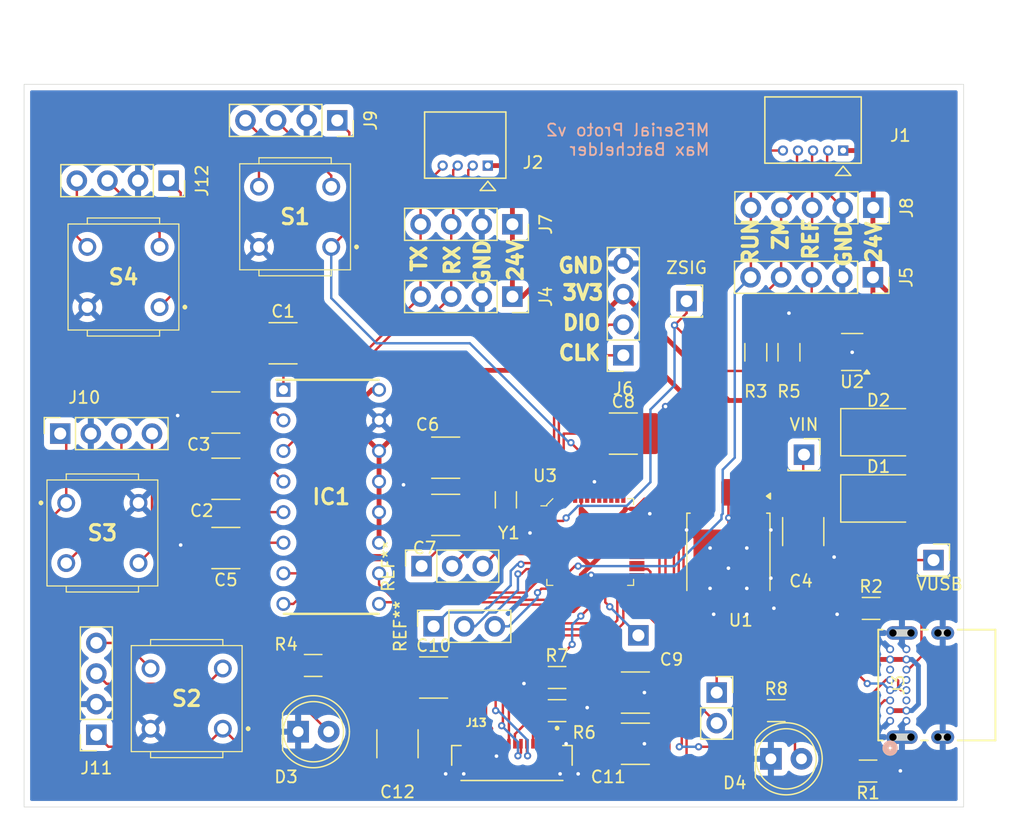
<source format=kicad_pcb>
(kicad_pcb (version 20240108) (generator "pcbnew") (generator_version "8.0")
  (layers (0 "F.Cu" signal) (31 "B.Cu" signal) (34 "B.Paste" user) (35 "F.Paste" user) (36 "B.SilkS" user "B.Silkscreen") (37 "F.SilkS" user "F.Silkscreen") (38 "B.Mask" user) (39 "F.Mask" user) (44 "Edge.Cuts" user))
  (net 0 "")
  (net 1 "GND")
  (net 2 "+24V")
  (net 3 "+3V3")
  (net 4 "TIN1")
  (net 5 "TOUT1")
  (net 6 "ROUT1")
  (net 7 "RIN1")
  (net 8 "ZOOM")
  (net 9 "RUN")
  (net 10 "ZSIG")
  (net 11 "SETLED")
  (net 12 "RST")
  (net 13 "SETBTN")
  (net 14 "SOFTBTN")
  (net 15 "ZEROBTN")
  (net 16 "TXD")
  (net 17 "RXD")
  (net 18 "D-")
  (net 19 "RS_INVALID")
  (net 20 "SWCLK")
  (net 21 "MOSI")
  (net 22 "SDA")
  (net 23 "OLED_CS")
  (net 24 "MISO")
  (net 25 "USBHOSTEN")
  (net 26 "SWDIO")
  (net 27 "SCK")
  (net 28 "D+")
  (net 29 "SCL")
  (net 30 "TXLED")
  (net 31 "OLED_DC")
  (net 32 "RXLED")
  (net 33 "VUSB")
  (net 34 "ZREF")
  (net 35 "Net-(C9-Pad2)")
  (net 36 "Net-(C10-Pad1)")
  (net 37 "Net-(C11-Pad1)")
  (net 38 "Net-(C12-Pad1)")
  (net 39 "Net-(C12-Pad2)")
  (net 40 "/oled/OLED_RST")
  (net 41 "VIN")
  (net 42 "/Net-(IC1-C1-)")
  (net 43 "/Net-(IC1-C1+)")
  (net 44 "/Net-(IC1-C2+)")
  (net 45 "/Net-(IC1-C2-)")
  (net 46 "/Net-(IC1-V+)")
  (net 47 "/Net-(IC1-V-)")
  (net 48 "PA08")
  (net 49 "PA06")
  (net 50 "PA05")
  (net 51 "PA04")
  (net 52 "PB09")
  (net 53 "PB08")
  (net 54 "/Net-(D1-A)")
  (net 55 "/Net-(J8-CC2)")
  (net 56 "/Net-(J8-CC1)")
  (net 57 "RSTB2")
  (net 58 "RSTB1")
  (net 59 "SOFTB1")
  (net 60 "SOFTB2")
  (net 61 "SETB1")
  (net 62 "SETB2")
  (net 63 "ZEROB1")
  (net 64 "ZEROB2")
  (net 65 "/PA08")
  (net 66 "/PA05")
  (net 67 "/PA06")
  (net 68 "/PB08")
  (net 69 "/PB09")
  (net 70 "/PA04")
  (net 71 "Net-(U3-PA00)")
  (net 72 "Net-(U3-PA01)")
  (net 73 "Net-(U3-VDDCORE)")
  (net 74 "Net-(C10-Pad2)")
  (net 77 "Net-(J13-Pad4)")
  (net 85 "Net-(D4-A)")
  (footprint "Connector_PinSocket_2.54mm:PinSocket_1x01_P2.54mm_Vertical" (layer "F.Cu") (at 195.75 96.75)
    (property "Reference" "VIN")
    (property "Value" "PinSocket_1x01_P2.54mm_Vertical" (hide yes))
  )
  (footprint "PVA1EEH21.2NV2:PVA1EEH212NV2" (layer "F.Cu") (at 147.5 119.5)
    (property "Reference" "S2")
    (property "Value" "SET" (hide yes))
  )
  (footprint "Resistor_SMD:R_1206_3216Metric_Pad1.30x1.75mm_HandSolder" (layer "F.Cu") (at 175.25 118 180)
    (property "Reference" "R6")
    (property "Value" "5.1K")
  )
  (footprint "Capacitor_SMD:C_1812_4532Metric_Pad1.57x3.40mm_HandSolder" (layer "F.Cu") (at 166 97)
    (property "Reference" "C6")
    (property "Value" "22pF")
  )
  (footprint "digikey-footprints:TQFP-48_7x7mm" (layer "F.Cu") (at 178 104)
    (property "Reference" "U3")
    (property "Value" "ATSAMD21G18A-AUT")
  )
  (footprint "Capacitor_SMD:C_1812_4532Metric_Pad1.57x3.40mm_HandSolder" (layer "F.Cu") (at 147.75 93.25 180)
    (property "Reference" "C3")
    (property "Value" "100nF")
  )
  (footprint "Capacitor_SMD:C_1812_4532Metric_Pad1.57x3.40mm_HandSolder" (layer "F.Cu") (at 166 101.75)
    (property "Reference" "C7")
    (property "Value" "22pF")
  )
  (footprint "Capacitor_SMD:C_1812_4532Metric_Pad1.57x3.40mm_HandSolder" (layer "F.Cu") (at 162 120.75 -90)
    (property "Reference" "C12")
    (property "Value" "1uF")
  )
  (footprint "Capacitor_SMD:C_1812_4532Metric_Pad1.57x3.40mm_HandSolder" (layer "F.Cu") (at 152.5 87.5)
    (property "Reference" "C1")
    (property "Value" "100nF")
  )
  (footprint "530480410:CON_530480410_MOL" (layer "F.Cu") (at 169.5 72.75 180)
    (property "Reference" "J2")
    (property "Value" "530480410" (hide yes))
  )
  (footprint "Capacitor_SMD:C_1812_4532Metric_Pad1.57x3.40mm_HandSolder" (layer "F.Cu") (at 180.75 95)
    (property "Reference" "C8")
    (property "Value" "1pF")
  )
  (footprint "PVA1EEH21.2NV2:PVA1EEH212NV2" (layer "F.Cu") (at 142.25 84.5)
    (property "Reference" "S4")
    (property "Value" "ZERO" (hide yes))
  )
  (footprint "Connector_PinSocket_2.54mm:PinSocket_1x04_P2.54mm_Vertical" (layer "F.Cu") (at 180.75 88.5 180)
    (property "Reference" "J6")
    (property "Value" "Program")
  )
  (footprint "Capacitor_SMD:C_1812_4532Metric_Pad1.57x3.40mm_HandSolder" (layer "F.Cu") (at 181.75 120.75)
    (property "Reference" "C11")
    (property "Value" "10uF")
  )
  (footprint "FH34SRJ_16S_0_5SH_50:HRS_FH34SRJ-16S-0.5SH_50_" (layer "F.Cu") (at 171.5 122)
    (property "Reference" "J13")
    (property "Value" "FH34SRJ-16S-0.5SH_50_")
  )
  (footprint "Capacitor_SMD:C_1812_4532Metric_Pad1.57x3.40mm_HandSolder" (layer "F.Cu") (at 147.75 98.75 180)
    (property "Reference" "C2")
    (property "Value" "100nF")
  )
  (footprint "Connector_PinSocket_2.54mm:PinSocket_1x04_P2.54mm_Vertical" (layer "F.Cu") (at 143 74 -90)
    (property "Reference" "J12")
    (property "Value" "Serial2" (hide yes))
  )
  (footprint "Connector_PinSocket_2.54mm:PinSocket_1x01_P2.54mm_Vertical" (layer "F.Cu") (at 186 84)
    (property "Reference" "ZSIG")
    (property "Value" "PinSocket_1x01_P2.54mm_Vertical" (hide yes))
  )
  (footprint "Diode_SMD:D_1812_4532Metric_Pad1.30x3.40mm_HandSolder" (layer "F.Cu") (at 201.935 100.385)
    (property "Reference" "D1")
    (property "Value" "D_Schottky" (hide yes))
  )
  (footprint "LED_THT:LED_D5.0mm" (layer "F.Cu") (at 153.75 119.75)
    (property "Reference" "D3")
    (property "Value" "LED" (hide yes))
  )
  (footprint "Resistor_SMD:R_1206_3216Metric_Pad1.30x1.75mm_HandSolder" (layer "F.Cu") (at 193.45 118)
    (property "Reference" "R8")
    (property "Value" "65")
  )
  (footprint "Resistor_SMD:R_1206_3216Metric_Pad1.30x1.75mm_HandSolder" (layer "F.Cu") (at 201.317565 109.514445)
    (property "Reference" "R2")
    (property "Value" "5K1")
  )
  (footprint "Connector_PinSocket_2.54mm:PinSocket_1x03_P2.54mm_Vertical" (layer "F.Cu") (at 165 111 90)
    (property "Reference" "REF**")
    (property "Value" "PinSocket_1x03_P2.54mm_Vertical")
  )
  (footprint "LED_THT:LED_D5.0mm" (layer "F.Cu") (at 193 122)
    (property "Reference" "D4")
    (property "Value" "LED" (hide yes))
  )
  (footprint "Diode_SMD:D_1812_4532Metric_Pad1.30x3.40mm_HandSolder" (layer "F.Cu") (at 201.935 94.885)
    (property "Reference" "D2")
    (property "Value" "D_Schottky" (hide yes))
  )
  (footprint "PVA1EEH21.2NV2:PVA1EEH212NV2" (layer "F.Cu") (at 134.5 100.75 180)
    (property "Reference" "S3")
    (property "Value" "SOFT" (hide yes))
  )
  (footprint "Capacitor_SMD:C_1812_4532Metric_Pad1.57x3.40mm_HandSolder" (layer "F.Cu") (at 181.75 116.5 180)
    (property "Reference" "C9")
    (property "Value" "10uF")
  )
  (footprint "Connector_PinSocket_2.54mm:PinSocket_1x05_P2.54mm_Vertical" (layer "F.Cu") (at 201.5 76.25 -90)
    (property "Reference" "J8")
    (property "Value" "Analog2")
  )
  (footprint "Connector_PinSocket_2.54mm:PinSocket_1x03_P2.54mm_Vertical" (layer "F.Cu") (at 164 106 90)
    (property "Reference" "REF**")
    (property "Value" "PinSocket_1x03_P2.54mm_Vertical")
  )
  (footprint "Connector_PinSocket_2.54mm:PinSocket_1x04_P2.54mm_Vertical" (layer "F.Cu") (at 157 69 -90)
    (property "Reference" "J9")
    (property "Value" "~" (hide yes))
  )
  (footprint "Crystal:Crystal_SMD_3215-2Pin_3.2x1.5mm" (layer "F.Cu") (at 171 100.5 -90)
    (property "Reference" "Y1")
    (property "Value" "32.768, 12.5pF" (hide yes))
  )
  (footprint "Connector_PinSocket_2.54mm:PinSocket_1x02_P2.54mm_Vertical" (layer "F.Cu") (at 188.5 116.5)
    (property "Reference" "REF**" (hide yes))
    (property "Value" "PinSocket_1x02_P2.54mm_Vertical" (hide yes))
  )
  (footprint "Resistor_SMD:R_1206_3216Metric_Pad1.30x1.75mm_HandSolder" (layer "F.Cu") (at 155 114.25 180)
    (property "Reference" "R4")
    (property "Value" "65")
  )
  (footprint "Package_TO_SOT_SMD:TSOT-23-5_HandSoldering" (layer "F.Cu") (at 199.75 88.25 180)
    (property "Reference" "U2")
    (property "Value" "ADR02AUJZ-REEL7")
  )
  (footprint "PVA1EEH21.2NV2:PVA1EEH212NV2" (layer "F.Cu") (at 156.5 79.5)
    (property "Reference" "S1")
    (property "Value" "RESET" (hide yes))
  )
  (footprint "Connector_PinSocket_2.54mm:PinSocket_1x04_P2.54mm_Vertical" (layer "F.Cu") (at 171.54 83.625 -90)
    (property "Reference" "J4")
    (property "Value" "Serial")
  )
  (footprint "Resistor_SMD:R_1206_3216Metric_Pad1.30x1.75mm_HandSolder" (layer "F.Cu") (at 194.5 88.25 90)
    (property "Reference" "R5")
    (property "Value" "3K3")
  )
  (footprint "USB4085_GF_A:CONN16_USB4085-GF-A_GCT" (layer "F.Cu") (at 202.9 118.850001 90)
    (property "Reference" "J3")
    (property "Value" "USB4085-GF-A_REVB" (hide yes))
    (fp_line (start 7.299985 1.7293) (end 7.299985 0.2307) (stroke (width 0.6096)) (layer "Edge.Cuts"))
    (fp_line (start -1.35 1.729301) (end -1.35 0.230701) (stroke (width 0.6096)) (layer "Edge.Cuts"))
    (fp_line (start 7.299985 4.7587) (end 7.299985 3.9713) (stroke (width 0.6096)) (layer "Edge.Cuts"))
    (fp_line (start -1.349985 4.7587) (end -1.349985 3.9713) (stroke (width 0.6096)) (layer "Edge.Cuts"))
  )
  (footprint "Resistor_SMD:R_1206_3216Metric_Pad1.30x1.75mm_HandSolder" (layer "F.Cu") (at 175.25 115.25)
    (property "Reference" "R7")
    (property "Value" "680K")
  )
  (footprint "MAX3323EEPE+:DIP794W56P254L1918H457Q16N" (layer "F.Cu") (at 156.5 100.25)
    (property "Reference" "IC1")
    (property "Value" "MAX3323EEPE+" (hide yes))
  )
  (footprint "Capacitor_SMD:C_1812_4532Metric_Pad1.57x3.40mm_HandSolder" (layer "F.Cu") (at 195.685 103.135 90)
    (property "Reference" "C4")
    (property "Value" "0.33uF")
  )
  (footprint "" (layer "F.Cu") (at 182 111.75)
    (property "Reference" "")
    (property "Value" "")
  )
  (footprint "Connector_PinSocket_2.54mm:PinSocket_1x04_P2.54mm_Vertical" (layer "F.Cu") (at 137 120 180)
    (property "Reference" "J11")
    (property "Value" "Serial2" (hide yes))
  )
  (footprint "Capacitor_SMD:C_1812_4532Metric_Pad1.57x3.40mm_HandSolder" (layer "F.Cu") (at 165 115.25)
    (property "Reference" "C10")
    (property "Value" "1uF")
  )
  (footprint "Package_TO_SOT_SMD:TO-252-3_TabPin2" (layer "F.Cu") (at 189.475 104.915 -90)
    (property "Reference" "U1")
    (property "Value" "BD433M5FP-CE2")
  )
  (footprint "Resistor_SMD:R_1206_3216Metric_Pad1.30x1.75mm_HandSolder" (layer "F.Cu") (at 191.75 88.25 -90)
    (property "Reference" "R3")
    (property "Value" "4K7")
  )
  (footprint "Connector_PinSocket_2.54mm:PinSocket_1x05_P2.54mm_Vertical" (layer "F.Cu") (at 201.47 82.025 -90)
    (property "Reference" "J5")
    (property "Value" "Analog")
  )
  (footprint "Connector_PinSocket_2.54mm:PinSocket_1x04_P2.54mm_Vertical" (layer "F.Cu") (at 171.54 77.625 -90)
    (property "Reference" "J7")
    (property "Value" "Serial2")
  )
  (footprint "Resistor_SMD:R_1206_3216Metric_Pad1.30x1.75mm_HandSolder" (layer "F.Cu") (at 201.067565 123.014445 180)
    (property "Reference" "R1")
    (property "Value" "5K1")
  )
  (footprint "530480510:CON_530480510_MOL" (layer "F.Cu") (at 199 71.5 180)
    (property "Reference" "J1")
    (property "Value" "530480510" (hide yes))
  )
  (footprint "Connector_PinSocket_2.54mm:PinSocket_1x04_P2.54mm_Vertical" (layer "F.Cu") (at 134 95 90)
    (property "Reference" "J10")
    (property "Value" "~" (hide yes))
  )
  (footprint "Connector_PinSocket_2.54mm:PinSocket_1x01_P2.54mm_Vertical" (layer "F.Cu") (at 206.5 105.5)
    (property "Reference" "VUSB")
    (property "Value" "PinSocket_1x01_P2.54mm_Vertical" (hide yes))
  )
  (footprint "Capacitor_SMD:C_1812_4532Metric_Pad1.57x3.40mm_HandSolder" (layer "F.Cu") (at 147.75 104.5 180)
    (property "Reference" "C5")
    (property "Value" "100nF")
  )
  (gr_rect (start 131 66) (end 209 126) (stroke (width 0.05)) (fill none) (layer "Edge.Cuts"))
  (gr_text "MFSerial Proto v2\nMax Batchelder" (at 188 72 0) (layer "B.SilkS") (effects (font (size 1 1)) (justify left bottom mirror)))
  (gr_text "REF" (at 197 77 90) (layer "F.SilkS") (effects (font (size 1.2 1.2) (thickness 0.3) (bold yes)) (justify right bottom)))
  (gr_text "CLK" (at 179 89 0) (layer "F.SilkS") (effects (font (size 1.2 1.2) (thickness 0.3) (bold yes)) (justify right bottom)))
  (gr_text "24V" (at 202.25 77.25 90) (layer "F.SilkS") (effects (font (size 1.2 1.2) (thickness 0.3) (bold yes)) (justify right bottom)))
  (gr_text "3V3" (at 179.25 84 0) (layer "F.SilkS") (effects (font (size 1.2 1.2) (thickness 0.3) (bold yes)) (justify right bottom)))
  (gr_text "24V" (at 172.5 78.75 90) (layer "F.SilkS") (effects (font (size 1.2 1.2) (thickness 0.3) (bold yes)) (justify right bottom)))
  (gr_text "ZM" (at 194.5 77 90) (layer "F.SilkS") (effects (font (size 1.2 1.2) (thickness 0.3) (bold yes)) (justify right bottom)))
  (gr_text "RX" (at 167.25 79.25 90) (layer "F.SilkS") (effects (font (size 1.2 1.2) (thickness 0.3) (bold yes)) (justify right bottom)))
  (gr_text "DIO" (at 179 86.5 0) (layer "F.SilkS") (effects (font (size 1.2 1.2) (thickness 0.3) (bold yes)) (justify right bottom)))
  (gr_text "GND" (at 169.75 78.75 90) (layer "F.SilkS") (effects (font (size 1.2 1.2) (thickness 0.3) (bold yes)) (justify right bottom)))
  (gr_text "GND" (at 199.75 77.25 90) (layer "F.SilkS") (effects (font (size 1.2 1.2) (thickness 0.3) (bold yes)) (justify right bottom)))
  (gr_text "GND" (at 179.25 81.75 0) (layer "F.SilkS") (effects (font (size 1.2 1.2) (thickness 0.3) (bold yes)) (justify right bottom)))
  (gr_text "TX" (at 164.5 79.25 90) (layer "F.SilkS") (effects (font (size 1.2 1.2) (thickness 0.3) (bold yes)) (justify right bottom)))
  (gr_text "RUN" (at 192 77 90) (layer "F.SilkS") (effects (font (size 1.2 1.2) (thickness 0.3) (bold yes)) (justify right bottom)))
  (segment (start 189.475 108.775) (end 188.25 110) (width 0.2) (layer "F.Cu") (net 1))
  (segment (start 197.67 71.58) (end 197.67 74.96) (width 0.2) (layer "F.Cu") (net 1))
  (segment (start 167.875004 74.250004) (end 169 75.375) (width 0.2) (layer "F.Cu") (net 1))
  (segment (start 182.946192 101.65064) (end 182.846832 101.75) (width 0.2) (layer "F.Cu") (net 1))
  (segment (start 177.5 118) (end 177.75 117.75) (width 0.2) (layer "F.Cu") (net 1))
  (segment (start 198.96 81.995) (end 198.93 82.025) (width 0.2) (layer "F.Cu") (net 1))
  (segment (start 145.6125 104.5) (end 144.25 104.5) (width 0.2) (layer "F.Cu") (net 1))
  (segment (start 197.75 71.5) (end 197.67 71.58) (width 0.2) (layer "F.Cu") (net 1))
  (segment (start 187.95 107.7) (end 187.95 107.85) (width 0.2) (layer "F.Cu") (net 1))
  (segment (start 189.475 106.175) (end 189.475 102.025) (width 0.2) (layer "F.Cu") (net 1))
  (segment (start 192.65 103) (end 193 103) (width 0.2) (layer "F.Cu") (net 1))
  (segment (start 183.8875 120.75) (end 182.5 120.75) (width 0.2) (layer "F.Cu") (net 1))
  (segment (start 194.5 86.7) (end 194.5 85) (width 0.2) (layer "F.Cu") (net 1))
  (segment (start 166.75 123.25) (end 166 123.25) (width 0.2) (layer "F.Cu") (net 1))
  (segment (start 184.25 93.6375) (end 184.25 92.75) (width 0.2) (layer "F.Cu") (net 1))
  (segment (start 191 107.85) (end 191.6 107.85) (width 0.2) (layer "F.Cu") (net 1))
  (segment (start 189.475 106.175) (end 191 107.7) (width 0.2) (layer "F.Cu") (net 1))
  (segment (start 189.475 102.025) (end 189.5 102) (width 0.2) (layer "F.Cu") (net 1))
  (segment (start 178.25 100.125) (end 178.25 99.1) (width 0.2) (layer "F.Cu") (net 1))
  (segment (start 182.846832 101.75) (end 181.875 101.75) (width 0.2) (layer "F.Cu") (net 1))
  (segment (start 166.75 123.25) (end 167.5 123.25) (width 0.2) (layer "F.Cu") (net 1))
  (segment (start 178.25 99.1) (end 178.35 99) (width 0.2) (layer "F.Cu") (net 1))
  (segment (start 170.25 121.743529) (end 170.217757 121.775772) (width 0.2) (layer "F.Cu") (net 1))
  (segment (start 190.3 107) (end 193 107) (width 0.2) (layer "F.Cu") (net 1))
  (segment (start 203.735555 123.014445) (end 203.75 123) (width 0.2) (layer "F.Cu") (net 1))
  (segment (start 163.8625 99.5) (end 162.75 99.5) (width 0.2) (layer "F.Cu") (net 1))
  (segment (start 168.25 72.75) (end 167.875004 73.124996) (width 0.2) (layer "F.Cu") (net 1))
  (segment (start 182.8875 95) (end 184.25 93.6375) (width 0.2) (layer "F.Cu") (net 1))
  (segment (start 177.97426 106.75074) (end 177.75 106.975) (width 0.2) (layer "F.Cu") (net 1))
  (segment (start 189.475 106.175) (end 190.3 107) (width 0.2) (layer "F.Cu") (net 1))
  (segment (start 189.475 106.025) (end 187.95 104.5) (width 0.2) (layer "F.Cu") (net 1))
  (segment (start 189.475 106.025) (end 191 104.5) (width 0.2) (layer "F.Cu") (net 1))
  (segment (start 173 115.25) (end 172.5 115.75) (width 0.2) (layer "F.Cu") (net 1))
  (segment (start 197.67 74.96) (end 198.96 76.25) (width 0.2) (layer "F.Cu") (net 1))
  (segment (start 201.46 88.25) (end 199.75 88.25) (width 0.2) (layer "F.Cu") (net 1))
  (segment (start 144.25 104.5) (end 144 104.25) (width 0.2) (layer "F.Cu") (net 1))
  (segment (start 198.985555 109.514445) (end 198.5 110) (width 0.2) (layer "F.Cu") (net 1))
  (segment (start 163.8625 101.75) (end 163.8625 99.5) (width 0.2) (layer "F.Cu") (net 1))
  (segment (start 202.617565 123.014445) (end 203.735555 123.014445) (width 0.2) (layer "F.Cu") (net 1))
  (segment (start 167.875004 73.124996) (end 167.875004 74.250004) (width 0.2) (layer "F.Cu") (net 1))
  (segment (start 191 107.7) (end 191 110) (width 0.2) (layer "F.Cu") (net 1))
  (segment (start 176.25 123.25) (end 177 123.25) (width 0.2) (layer "F.Cu") (net 1))
  (segment (start 178.079241 106.75074) (end 177.97426 106.75074) (width 0.2) (layer "F.Cu") (net 1))
  (segment (start 177.75 106.975) (end 177.75 107.875) (width 0.2) (layer "F.Cu") (net 1))
  (segment (start 191 107.7) (end 191 107.85) (width 0.2) (layer "F.Cu") (net 1))
  (segment (start 189.475 106.175) (end 189.475 106.025) (width 0.2) (layer "F.Cu") (net 1))
  (segment (start 175.25 120.75) (end 176 120.75) (width 0.2) (layer "F.Cu") (net 1))
  (segment (start 189.475 106.175) (end 187.95 107.7) (width 0.2) (layer "F.Cu") (net 1))
  (segment (start 173.7 115.25) (end 173 115.25) (width 0.2) (layer "F.Cu") (net 1))
  (segment (start 199.767565 109.514445) (end 198.985555 109.514445) (width 0.2) (layer "F.Cu") (net 1))
  (segment (start 187.95 104.5) (end 187.5 104.5) (width 0.2) (layer "F.Cu") (net 1))
  (segment (start 189.475 106.175) (end 192.65 103) (width 0.2) (layer "F.Cu") (net 1))
  (segment (start 183.8875 116.5) (end 182.5 116.5) (width 0.2) (layer "F.Cu") (net 1))
  (segment (start 174.125 103.25) (end 173 103.25) (width 0.2) (layer "F.Cu") (net 1))
  (segment (start 162.75 99.5) (end 162.5 99.25) (width 0.2) (layer "F.Cu") (net 1))
  (segment (start 191.6 107.85) (end 193.25 109.5) (width 0.2) (layer "F.Cu") (net 1))
  (segment (start 198.96 76.25) (end 198.96 81.995) (width 0.2) (layer "F.Cu") (net 1))
  (segment (start 195.685 105.2725) (end 198.2275 105.2725) (width 0.2) (layer "F.Cu") (net 1))
  (segment (start 176.25 123.25) (end 175.5 123.25) (width 0.2) (layer "F.Cu") (net 1))
  (segment (start 163.8625 99.5) (end 163.8625 97) (width 0.2) (layer "F.Cu") (net 1))
  (segment (start 189.475 106.175) (end 189.475 108.775) (width 0.2) (layer "F.Cu") (net 1))
  (segment (start 144 93.25) (end 143.75 93.5) (width 0.2) (layer "F.Cu") (net 1))
  (segment (start 198.2275 105.2725) (end 198.25 105.25) (width 0.2) (layer "F.Cu") (net 1))
  (segment (start 189.475 99.875) (end 189.475 101.975) (width 0.2) (layer "F.Cu") (net 1))
  (segment (start 169 75.375) (end 169 77.625) (width 0.2) (layer "F.Cu") (net 1))
  (segment (start 169 77.625) (end 169 83.625) (width 0.2) (layer "F.Cu") (net 1))
  (segment (start 189.475 101.975) (end 189.5 102) (width 0.2) (layer "F.Cu") (net 1))
  (segment (start 145.6125 93.25) (end 144 93.25) (width 0.2) (layer "F.Cu") (net 1))
  (segment (start 170.25 120.75) (end 170.25 121.743529) (width 0.2) (layer "F.Cu") (net 1))
  (segment (start 176.8 118) (end 177.5 118) (width 0.2) (layer "F.Cu") (net 1))
  (segment (start 187.5 104.5) (end 186 103) (width 0.2) (layer "F.Cu") (net 1))
  (via (at 144 104.25) (size 0.6) (drill 0.3) (layers "F.Cu" "B.Cu") (net 1))
  (via (at 191 107.85) (size 0.6) (drill 0.3) (layers "F.Cu" "B.Cu") (net 1))
  (via (at 187.95 104.5) (size 0.6) (drill 0.3) (layers "F.Cu" "B.Cu") (net 1))
  (via (at 198.25 105.25) (size 0.6) (drill 0.3) (layers "F.Cu" "B.Cu") (net 1))
  (via (at 178.079241 106.75074) (size 0.6) (drill 0.3) (layers "F.Cu" "B.Cu") (net 1))
  (via (at 191 104.5) (size 0.6) (drill 0.3) (layers "F.Cu" "B.Cu") (net 1))
  (via (at 166 123.25) (size 0.6) (drill 0.3) (layers "F.Cu" "B.Cu") (net 1))
  (via (at 162.5 99.25) (size 0.6) (drill 0.3) (layers "F.Cu" "B.Cu") (net 1))
  (via (at 170.217757 121.775772) (size 0.6) (drill 0.3) (layers "F.Cu" "B.Cu") (net 1))
  (via (at 176 120.75) (size 0.6) (drill 0.3) (layers "F.Cu" "B.Cu") (net 1))
  (via (at 177 123.25) (size 0.6) (drill 0.3) (layers "F.Cu" "B.Cu") (net 1))
  (via (at 188.25 110) (size 0.6) (drill 0.3) (layers "F.Cu" "B.Cu") (net 1))
  (via (at 182.5 116.5) (size 0.6) (drill 0.3) (layers "F.Cu" "B.Cu") (net 1))
  (via (at 182.5 120.75) (size 0.6) (drill 0.3) (layers "F.Cu" "B.Cu") (net 1))
  (via (at 175.5 123.25) (size 0.6) (drill 0.3) (layers "F.Cu" "B.Cu") (net 1))
  (via (at 173 103.25) (size 0.6) (drill 0.3) (layers "F.Cu" "B.Cu") (net 1))
  (via (at 186 103) (size 0.6) (drill 0.3) (layers "F.Cu" "B.Cu") (net 1))
  (via (at 178.35 99) (size 0.6) (drill 0.3) (layers "F.Cu" "B.Cu") (net 1))
  (via (at 189.5 102) (size 0.6) (drill 0.3) (layers "F.Cu" "B.Cu") (net 1))
  (via (at 184.25 92.75) (size 0.6) (drill 0.3) (layers "F.Cu" "B.Cu") (net 1))
  (via (at 189.475 106.175) (size 0.6) (drill 0.3) (layers "F.Cu" "B.Cu") (net 1))
  (via (at 203.75 123) (size 0.6) (drill 0.3) (layers "F.Cu" "B.Cu") (net 1))
  (via (at 182.946192 101.65064) (size 0.6) (drill 0.3) (layers "F.Cu" "B.Cu") (net 1))
  (via (at 199.75 88.25) (size 0.6) (drill 0.3) (layers "F.Cu" "B.Cu") (net 1))
  (via (at 172.5 115.75) (size 0.6) (drill 0.3) (layers "F.Cu" "B.Cu") (net 1))
  (via (at 194.5 85) (size 0.6) (drill 0.3) (layers "F.Cu" "B.Cu") (net 1))
  (via (at 187.95 107.85) (size 0.6) (drill 0.3) (layers "F.Cu" "B.Cu") (net 1))
  (via (at 191 110) (size 0.6) (drill 0.3) (layers "F.Cu" "B.Cu") (net 1))
  (via (at 193 107) (size 0.6) (drill 0.3) (layers "F.Cu" "B.Cu") (net 1))
  (via (at 193 103) (size 0.6) (drill 0.3) (layers "F.Cu" "B.Cu") (net 1))
  (via (at 193.25 109.5) (size 0.6) (drill 0.3) (layers "F.Cu" "B.Cu") (net 1))
  (via (at 177.75 117.75) (size 0.6) (drill 0.3) (layers "F.Cu" "B.Cu") (net 1))
  (via (at 198.5 110) (size 0.6) (drill 0.3) (layers "F.Cu" "B.Cu") (net 1))
  (via (at 167.5 123.25) (size 0.6) (drill 0.3) (layers "F.Cu" "B.Cu") (net 1))
  (via (at 143.75 93.5) (size 0.6) (drill 0.3) (layers "F.Cu" "B.Cu") (net 1))
  (segment (start 184 79) (end 184 86.75) (width 0.4) (layer "F.Cu") (net 2))
  (segment (start 183.25 78.25) (end 184 79) (width 0.4) (layer "F.Cu") (net 2))
  (segment (start 203.91 91.5) (end 203.91 84.465) (width 0.4) (layer "F.Cu") (net 2))
  (segment (start 201.47 76.28) (end 201.5 76.25) (width 0.4) (layer "F.Cu") (net 2))
  (segment (start 201.46 87.3) (end 201.47 87.29) (width 0.4) (layer "F.Cu") (net 2))
  (segment (start 177.75 78.25) (end 183.25 78.25) (width 0.4) (layer "F.Cu") (net 2))
  (segment (start 201.47 87.29) (end 201.47 82.025) (width 0.4) (layer "F.Cu") (net 2))
  (segment (start 171.54 73.339995) (end 171.54 77.625) (width 0.4) (layer "F.Cu") (net 2))
  (segment (start 203.41 92.25) (end 203.91 91.75) (width 0.4) (layer "F.Cu") (net 2))
  (segment (start 204.16 91.75) (end 204.16 94.885) (width 0.4) (layer "F.Cu") (net 2))
  (segment (start 201.47 82.025) (end 201.47 76.28) (width 0.4) (layer "F.Cu") (net 2))
  (segment (start 201.5 76.25) (end 201.5 72.08) (width 0.4) (layer "F.Cu") (net 2))
  (segment (start 200.92 71.5) (end 199 71.5) (width 0.4) (layer "F.Cu") (net 2))
  (segment (start 184 86.75) (end 189.5 92.25) (width 0.4) (layer "F.Cu") (net 2))
  (segment (start 170.950005 72.75) (end 171.54 73.339995) (width 0.4) (layer "F.Cu") (net 2))
  (segment (start 169.5 72.75) (end 170.950005 72.75) (width 0.4) (layer "F.Cu") (net 2))
  (segment (start 172.375 83.625) (end 177.75 78.25) (width 0.4) (layer "F.Cu") (net 2))
  (segment (start 171.54 77.625) (end 171.54 83.625) (width 0.4) (layer "F.Cu") (net 2))
  (segment (start 203.91 91.75) (end 203.91 91.5) (width 0.4) (layer "F.Cu") (net 2))
  (segment (start 203.91 91.5) (end 204.16 91.75) (width 0.4) (layer "F.Cu") (net 2))
  (segment (start 171.54 83.625) (end 172.375 83.625) (width 0.4) (layer "F.Cu") (net 2))
  (segment (start 201.5 72.08) (end 200.92 71.5) (width 0.4) (layer "F.Cu") (net 2))
  (segment (start 203.91 84.465) (end 201.47 82.025) (width 0.4) (layer "F.Cu") (net 2))
  (segment (start 189.5 92.25) (end 203.41 92.25) (width 0.4) (layer "F.Cu") (net 2))
  (segment (start 170.75 121.459486) (end 170.75 120.75) (width 0.2) (layer "F.Cu") (net 3))
  (segment (start 180.909314 101.25) (end 181.875 101.25) (width 0.2) (layer "F.Cu") (net 3))
  (segment (start 177.25 107.875) (end 177.25 106.731452) (width 0.2) (layer "F.Cu") (net 3))
  (segment (start 175.85 110.15) (end 176.3 109.7) (width 0.4) (layer "F.Cu") (net 3))
  (segment (start 183 85.67) (end 183 89) (width 0.4) (layer "F.Cu") (net 3))
  (segment (start 176.25 103.75) (end 177.25 102.75) (width 0.4) (layer "F.Cu") (net 3))
  (segment (start 177.831454 106.149998) (end 177.850002 106.149998) (width 0.4) (layer "F.Cu") (net 3))
  (segment (start 178 102) (end 180.25 102) (width 0.4) (layer "F.Cu") (net 3))
  (segment (start 160.47 96.44) (end 167.16 89.75) (width 0.4) (layer "F.Cu") (net 3))
  (segment (start 174.42 89.75) (end 180.75 83.42) (width 0.4) (layer "F.Cu") (net 3))
  (segment (start 177.25 108.906372) (end 177.25 107.875) (width 0.2) (layer "F.Cu") (net 3))
  (segment (start 178 106) (end 175.75 103.75) (width 0.4) (layer "F.Cu") (net 3))
  (segment (start 186.57 100.5) (end 182.55 100.5) (width 0.4) (layer "F.Cu") (net 3))
  (segment (start 169.75 120.75) (end 169.75 121.395) (width 0.2) (layer "F.Cu") (net 3))
  (segment (start 175.25 103.75) (end 176.25 103.75) (width 0.4) (layer "F.Cu") (net 3))
  (segment (start 169.5 121.645) (end 169.5 122.25) (width 0.2) (layer "F.Cu") (net 3))
  (segment (start 177.25 101.25) (end 178 102) (width 0.4) (layer "F.Cu") (net 3))
  (segment (start 177.850002 106.149998) (end 178 106) (width 0.4) (layer "F.Cu") (net 3))
  (segment (start 176.3 109.7) (end 176.597792 109.7) (width 0.4) (layer "F.Cu") (net 3))
  (segment (start 169.75 122.5) (end 170.5 122.5) (width 0.2) (layer "F.Cu") (net 3))
  (segment (start 178 106) (end 180 104) (width 0.4) (layer "F.Cu") (net 3))
  (segment (start 183 89) (end 187.195 93.195) (width 0.4) (layer "F.Cu") (net 3))
  (segment (start 174.125 103.75) (end 175.25 103.75) (width 0.2) (layer "F.Cu") (net 3))
  (segment (start 180.909314 101.25) (end 180.909314 101.340686) (width 0.4) (layer "F.Cu") (net 3))
  (segment (start 180.75 83.42) (end 183 85.67) (width 0.4) (layer "F.Cu") (net 3))
  (segment (start 167.16 89.75) (end 174.42 89.75) (width 0.4) (layer "F.Cu") (net 3))
  (segment (start 160.47 98.98) (end 160.47 101.52) (width 0.4) (layer "F.Cu") (net 3))
  (segment (start 169.75 121.395) (end 169.5 121.645) (width 0.2) (layer "F.Cu") (net 3))
  (segment (start 170.817757 122.182243) (end 170.817757 121.527243) (width 0.2) (layer "F.Cu") (net 3))
  (segment (start 182.55 100.5) (end 181.875 101.175) (width 0.4) (layer "F.Cu") (net 3))
  (segment (start 187.195 99.875) (end 186.57 100.5) (width 0.4) (layer "F.Cu") (net 3))
  (segment (start 169.75 119.5) (end 169.25 119) (width 0.4) (layer "F.Cu") (net 3))
  (segment (start 170.5 122.5) (end 170.817757 122.182243) (width 0.2) (layer "F.Cu") (net 3))
  (segment (start 176.597792 109.7) (end 177.25 109.047792) (width 0.4) (layer "F.Cu") (net 3))
  (segment (start 160.47 101.52) (end 160.47 104.06) (width 0.4) (layer "F.Cu") (net 3))
  (segment (start 160.47 91.36) (end 159.89 91.36) (width 0.4) (layer "F.Cu") (net 3))
  (segment (start 159.89 91.36) (end 159 92.25) (width 0.4) (layer "F.Cu") (net 3))
  (segment (start 177.25 109.047792) (end 177.25 108.906372) (width 0.4) (layer "F.Cu") (net 3))
  (segment (start 170.817757 121.527243) (end 170.75 121.459486) (width 0.2) (layer "F.Cu") (net 3))
  (segment (start 169.5 122.25) (end 169.75 122.5) (width 0.2) (layer "F.Cu") (net 3))
  (segment (start 159 94.97) (end 160.47 96.44) (width 0.4) (layer "F.Cu") (net 3))
  (segment (start 180.909314 101.340686) (end 180.25 102) (width 0.4) (layer "F.Cu") (net 3))
  (segment (start 169.75 120.75) (end 169.75 119.5) (width 0.2) (layer "F.Cu") (net 3))
  (segment (start 180 104) (end 180 102.25) (width 0.4) (layer "F.Cu") (net 3))
  (segment (start 187.195 93.195) (end 187.195 99.875) (width 0.4) (layer "F.Cu") (net 3))
  (segment (start 159 92.25) (end 159 94.97) (width 0.4) (layer "F.Cu") (net 3))
  (segment (start 175.75 103.75) (end 175.25 103.75) (width 0.4) (layer "F.Cu") (net 3))
  (segment (start 169.25 119) (end 169.25 115) (width 0.4) (layer "F.Cu") (net 3))
  (segment (start 177.25 101.25) (end 177.25 100.125) (width 0.2) (layer "F.Cu") (net 3))
  (segment (start 169.25 115) (end 174.1 110.15) (width 0.4) (layer "F.Cu") (net 3))
  (segment (start 160.47 96.44) (end 160.47 98.98) (width 0.4) (layer "F.Cu") (net 3))
  (segment (start 180 102.25) (end 180.25 102) (width 0.4) (layer "F.Cu") (net 3))
  (segment (start 177.25 106.731452) (end 177.831454 106.149998) (width 0.4) (layer "F.Cu") (net 3))
  (segment (start 174.1 110.15) (end 175.85 110.15) (width 0.4) (layer "F.Cu") (net 3))
  (segment (start 177.25 102.75) (end 177.25 101.25) (width 0.4) (layer "F.Cu") (net 3))
  (segment (start 160.47 106.6) (end 160.47 107.535) (width 0.2) (layer "F.Cu") (net 4))
  (segment (start 172.365686 108.8) (end 176.225 108.8) (width 0.2) (layer "F.Cu") (net 4))
  (segment (start 161.535 108.6) (end 172.165685 108.6) (width 0.2) (layer "F.Cu") (net 4))
  (segment (start 176.225 108.8) (end 176.25 108.775) (width 0.2) (layer "F.Cu") (net 4))
  (segment (start 172.165685 108.6) (end 172.365686 108.8) (width 0.2) (layer "F.Cu") (net 4))
  (segment (start 160.47 107.535) (end 161.535 108.6) (width 0.2) (layer "F.Cu") (net 4))
  (segment (start 176.25 108.775) (end 176.25 107.875) (width 0.2) (layer "F.Cu") (net 4))
  (segment (start 156.5 91.045) (end 156.5 105) (width 0.2) (layer "F.Cu") (net 5))
  (segment (start 154.9 106.6) (end 152.53 106.6) (width 0.2) (layer "F.Cu") (net 5))
  (segment (start 163.92 83.625) (end 156.5 91.045) (width 0.2) (layer "F.Cu") (net 5))
  (segment (start 163.92 74.705) (end 163.92 77.625) (width 0.2) (layer "F.Cu") (net 5))
  (segment (start 165.75 72.75) (end 165.75 72.875) (width 0.2) (layer "F.Cu") (net 5))
  (segment (start 165.75 72.875) (end 163.92 74.705) (width 0.2) (layer "F.Cu") (net 5))
  (segment (start 156.5 105) (end 154.9 106.6) (width 0.2) (layer "F.Cu") (net 5))
  (segment (start 163.92 77.625) (end 163.92 83.625) (width 0.2) (layer "F.Cu") (net 5))
  (segment (start 160.61 109) (end 172 109) (width 0.2) (layer "F.Cu") (net 6))
  (segment (start 176.390686 109.2) (end 176.75 108.840686) (width 0.2) (layer "F.Cu") (net 6))
  (segment (start 176.75 108.840686) (end 176.75 107.875) (width 0.2) (layer "F.Cu") (net 6))
  (segment (start 172.2 109.2) (end 176.390686 109.2) (width 0.2) (layer "F.Cu") (net 6))
  (segment (start 160.47 109.14) (end 160.61 109) (width 0.2) (layer "F.Cu") (net 6))
  (segment (start 172 109) (end 172.2 109.2) (width 0.2) (layer "F.Cu") (net 6))
  (segment (start 166.46 83.625) (end 164.085 86) (width 0.2) (layer "F.Cu") (net 7))
  (segment (start 156.9 91.35) (end 156.9 105.590243) (width 0.2) (layer "F.Cu") (net 7))
  (segment (start 166.46 77.625) (end 166.46 83.625) (width 0.2) (layer "F.Cu") (net 7))
  (segment (start 166.625004 73.124996) (end 166.625004 77.459996) (width 0.2) (layer "F.Cu") (net 7))
  (segment (start 167 72.75) (end 166.625004 73.124996) (width 0.2) (layer "F.Cu") (net 7))
  (segment (start 156.9 105.590243) (end 153.350243 109.14) (width 0.2) (layer "F.Cu") (net 7))
  (segment (start 162.25 86) (end 156.9 91.35) (width 0.2) (layer "F.Cu") (net 7))
  (segment (start 166.625004 77.459996) (end 166.46 77.625) (width 0.2) (layer "F.Cu") (net 7))
  (segment (start 164.085 86) (end 162.25 86) (width 0.2) (layer "F.Cu") (net 7))
  (segment (start 153.350243 109.14) (end 152.53 109.14) (width 0.2) (layer "F.Cu") (net 7))
  (segment (start 195.17 71.58) (end 195.25 71.5) (width 0.2) (layer "F.Cu") (net 8))
  (segment (start 193.88 76.25) (end 193.88 76.04) (width 0.2) (layer "F.Cu") (net 8))
  (segment (start 193.85 82.025) (end 191.75 84.125) (width 0.2) (layer "F.Cu") (net 8))
  (segment (start 193.85 76.28) (end 193.88 76.25) (width 0.2) (layer "F.Cu") (net 8))
  (segment (start 195.17 74.75) (end 195.17 71.58) (width 0.2) (layer "F.Cu") (net 8))
  (segment (start 193.88 76.04) (end 195.17 74.75) (width 0.2) (layer "F.Cu") (net 8))
  (segment (start 191.75 84.125) (end 191.75 86.7) (width 0.2) (layer "F.Cu") (net 8))
  (segment (start 193.85 82.025) (end 193.85 76.28) (width 0.2) (layer "F.Cu") (net 8))
  (segment (start 191.34 76.25) (end 191.34 72.08) (width 0.2) (layer "F.Cu") (net 9))
  (segment (start 191.34 76.25) (end 191.34 81.995) (width 0.2) (layer "F.Cu") (net 9))
  (segment (start 191.92 71.5) (end 194 71.5) (width 0.2) (layer "F.Cu") (net 9))
  (segment (start 177 106) (end 176.725 106) (width 0.2) (layer "F.Cu") (net 9))
  (segment (start 175.75 106.975) (end 175.75 107.875) (width 0.2) (layer "F.Cu") (net 9))
  (segment (start 191.34 81.995) (end 191.31 82.025) (width 0.2) (layer "F.Cu") (net 9))
  (segment (start 176.725 106) (end 175.75 106.975) (width 0.2) (layer "F.Cu") (net 9))
  (segment (start 191.34 72.08) (end 191.92 71.5) (width 0.2) (layer "F.Cu") (net 9))
  (via (at 177 106) (size 0.6) (drill 0.3) (layers "F.Cu" "B.Cu") (net 9))
  (segment (start 190 97) (end 189 98) (width 0.2) (layer "B.Cu") (net 9))
  (segment (start 188.9 101.751471) (end 188.9 102.1) (width 0.2) (layer "B.Cu") (net 9))
  (segment (start 190 83.335) (end 190 97) (width 0.2) (layer "B.Cu") (net 9))
  (segment (start 185 106) (end 177 106) (width 0.2) (layer "B.Cu") (net 9))
  (segment (start 191.31 82.025) (end 190 83.335) (width 0.2) (layer "B.Cu") (net 9))
  (segment (start 189 98) (end 189 101.651471) (width 0.2) (layer "B.Cu") (net 9))
  (segment (start 188.9 102.1) (end 185 106) (width 0.2) (layer "B.Cu") (net 9))
  (segment (start 189 101.651471) (end 188.9 101.751471) (width 0.2) (layer "B.Cu") (net 9))
  (segment (start 186 85) (end 186 84) (width 0.2) (layer "F.Cu") (net 10))
  (segment (start 188.8 89.8) (end 191.75 89.8) (width 0.2) (layer "F.Cu") (net 10))
  (segment (start 185 86) (end 186 85) (width 0.2) (layer "F.Cu") (net 10))
  (segment (start 185 86) (end 188.8 89.8) (width 0.2) (layer "F.Cu") (net 10))
  (segment (start 175.75 102.25) (end 174.125 102.25) (width 0.2) (layer "F.Cu") (net 10))
  (segment (start 191.75 89.8) (end 194.5 89.8) (width 0.2) (layer "F.Cu") (net 10))
  (segment (start 176 102) (end 175.75 102.25) (width 0.2) (layer "F.Cu") (net 10))
  (via (at 185 86) (size 0.6) (drill 0.3) (layers "F.Cu" "B.Cu") (net 10))
  (via (at 176 102) (size 0.6) (drill 0.3) (layers "F.Cu" "B.Cu") (net 10))
  (segment (start 185 86) (end 185 91) (width 0.2) (layer "B.Cu") (net 10))
  (segment (start 185 91) (end 183 93) (width 0.2) (layer "B.Cu") (net 10))
  (segment (start 181.03125 101) (end 177 101) (width 0.2) (layer "B.Cu") (net 10))
  (segment (start 183 99.03125) (end 181.03125 101) (width 0.2) (layer "B.Cu") (net 10))
  (segment (start 177 101) (end 176 102) (width 0.2) (layer "B.Cu") (net 10))
  (segment (start 183 93) (end 183 99.03125) (width 0.2) (layer "B.Cu") (net 10))
  (segment (start 164.817372 104) (end 166 102.817372) (width 0.2) (layer "F.Cu") (net 11))
  (segment (start 161.9 105.1) (end 163 104) (width 0.2) (layer "F.Cu") (net 11))
  (segment (start 158.1 106.334314) (end 159.334315 105.1) (width 0.2) (layer "F.Cu") (net 11))
  (segment (start 163 104) (end 164.817372 104) (width 0.2) (layer "F.Cu") (net 11))
  (segment (start 175.75 99.225) (end 175.75 100.125) (width 0.2) (layer "F.Cu") (net 11))
  (segment (start 158.1 111.9) (end 158.1 106.334314) (width 0.2) (layer "F.Cu") (net 11))
  (segment (start 167 93.5) (end 170.025 93.5) (width 0.2) (layer "F.Cu") (net 11))
  (segment (start 166 94.5) (end 167 93.5) (width 0.2) (layer "F.Cu") (net 11))
  (segment (start 159.334315 105.1) (end 161.9 105.1) (width 0.2) (layer "F.Cu") (net 11))
  (segment (start 156.55 114.25) (end 156.55 113.45) (width 0.2) (layer "F.Cu") (net 11))
  (segment (start 166 102.817372) (end 166 94.5) (width 0.2) (layer "F.Cu") (net 11))
  (segment (start 170.025 93.5) (end 175.75 99.225) (width 0.2) (layer "F.Cu") (net 11))
  (segment (start 156.55 113.45) (end 158.1 111.9) (width 0.2) (layer "F.Cu") (net 11))
  (segment (start 176.4 95.75) (end 179.25 98.6) (width 0.2) (layer "F.Cu") (net 12))
  (segment (start 158 70) (end 158 78) (width 0.2) (layer "F.Cu") (net 12))
  (segment (start 157 69) (end 158 70) (width 0.2) (layer "F.Cu") (net 12))
  (segment (start 158 78) (end 156.5 79.5) (width 0.2) (layer "F.Cu") (net 12))
  (segment (start 179.25 98.6) (end 179.25 100.125) (width 0.2) (layer "F.Cu") (net 12))
  (via (at 176.4 95.75) (size 0.6) (drill 0.3) (layers "F.Cu" "B.Cu") (net 12))
  (segment (start 168 87.5) (end 160.25 87.5) (width 0.2) (layer "B.Cu") (net 12))
  (segment (start 156.5 83.75) (end 156.5 79.5) (width 0.2) (layer "B.Cu") (net 12))
  (segment (start 176.25 95.75) (end 168 87.5) (width 0.2) (layer "B.Cu") (net 12))
  (segment (start 160.25 87.5) (end 156.5 83.75) (width 0.2) (layer "B.Cu") (net 12))
  (segment (start 176.4 95.75) (end 176.25 95.75) (width 0.2) (layer "B.Cu") (net 12))
  (segment (start 147.5 119.5) (end 150.25 122.25) (width 0.2) (layer "F.Cu") (net 13))
  (segment (start 158.5 106.5) (end 159.5 105.5) (width 0.2) (layer "F.Cu") (net 13))
  (segment (start 137 120) (end 138 121) (width 0.2) (layer "F.Cu") (net 13))
  (segment (start 172.675 108.2) (end 174.125 106.75) (width 0.2) (layer "F.Cu") (net 13))
  (segment (start 161.75 105.5) (end 161.75 107.25) (width 0.2) (layer "F.Cu") (net 13))
  (segment (start 150.25 122.25) (end 158.5 122.25) (width 0.2) (layer "F.Cu") (net 13))
  (segment (start 158.5 122.25) (end 158.5 106.5) (width 0.2) (layer "F.Cu") (net 13))
  (segment (start 159.5 105.5) (end 161.75 105.5) (width 0.2) (layer "F.Cu") (net 13))
  (segment (start 162.7 108.2) (end 172.675 108.2) (width 0.2) (layer "F.Cu") (net 13))
  (segment (start 146 121) (end 147.5 119.5) (width 0.2) (layer "F.Cu") (net 13))
  (segment (start 161.75 107.25) (end 162.7 108.2) (width 0.2) (layer "F.Cu") (net 13))
  (segment (start 138 121) (end 146 121) (width 0.2) (layer "F.Cu") (net 13))
  (segment (start 184.25 124.25) (end 186 122.5) (width 0.2) (layer "F.Cu") (net 14))
  (segment (start 133 120.295103) (end 136.954897 124.25) (width 0.2) (layer "F.Cu") (net 14))
  (segment (start 134.5 100.75) (end 134.5 95.5) (width 0.2) (layer "F.Cu") (net 14))
  (segment (start 183.75 110.5) (end 183.75 105) (width 0.2) (layer "F.Cu") (net 14))
  (segment (start 186 112.75) (end 183.75 110.5) (width 0.2) (layer "F.Cu") (net 14))
  (segment (start 134.5 95.5) (end 134 95) (width 0.2) (layer "F.Cu") (net 14))
  (segment (start 183.75 105) (end 183.5 104.75) (width 0.2) (layer "F.Cu") (net 14))
  (segment (start 183.5 104.75) (end 181.875 104.75) (width 0.2) (layer "F.Cu") (net 14))
  (segment (start 136.954897 124.25) (end 184.25 124.25) (width 0.2) (layer "F.Cu") (net 14))
  (segment (start 134.5 100.75) (end 133 102.25) (width 0.2) (layer "F.Cu") (net 14))
  (segment (start 133 102.25) (end 133 120.295103) (width 0.2) (layer "F.Cu") (net 14))
  (segment (start 186 122.5) (end 186 112.75) (width 0.2) (layer "F.Cu") (net 14))
  (segment (start 143 74) (end 144 75) (width 0.2) (layer "F.Cu") (net 15))
  (segment (start 144 83) (end 143.75 83) (width 0.2) (layer "F.Cu") (net 15))
  (segment (start 144 75) (end 144 83) (width 0.2) (layer "F.Cu") (net 15))
  (segment (start 143.75 83) (end 142.25 84.5) (width 0.2) (layer "F.Cu") (net 15))
  (segment (start 185.35 109.85) (end 190.95 115.45) (width 0.2) (layer "F.Cu") (net 18))
  (segment (start 197.893933 118) (end 200 118) (width 0.2) (layer "F.Cu") (net 18))
  (segment (start 202.55 115.45) (end 202.9 115.45) (width 0.2) (layer "F.Cu") (net 18))
  (segment (start 184 102.75) (end 185.35 104.1) (width 0.2) (layer "F.Cu") (net 18))
  (segment (start 181.875 102.75) (end 184 102.75) (width 0.2) (layer "F.Cu") (net 18))
  (segment (start 195.893933 116) (end 197.893933 118) (width 0.2) (layer "F.Cu") (net 18))
  (segment (start 203.567565 116.084539) (end 203.567565 115.514445) (width 0.2) (layer "F.Cu") (net 18))
  (segment (start 204.25 116.300001) (end 203.783027 116.300001) (width 0.2) (layer "F.Cu") (net 18))
  (segment (start 192.45 115.45) (end 193 116) (width 0.2) (layer "F.Cu") (net 18))
  (segment (start 200 118) (end 202.55 115.45) (width 0.2) (layer "F.Cu") (net 18))
  (segment (start 203.783027 116.300001) (end 203.567565 116.084539) (width 0.2) (layer "F.Cu") (net 18))
  (segment (start 203.50312 115.45) (end 202.9 115.45) (width 0.2) (layer "F.Cu") (net 18))
  (segment (start 193 116) (end 195.893933 116) (width 0.2) (layer "F.Cu") (net 18))
  (segment (start 185.35 104.1) (end 185.35 109.85) (width 0.2) (layer "F.Cu") (net 18))
  (segment (start 203.567565 115.514445) (end 203.50312 115.45) (width 0.2) (layer "F.Cu") (net 18))
  (segment (start 190.95 115.45) (end 192.45 115.45) (width 0.2) (layer "F.Cu") (net 18))
  (segment (start 176.75 99.093628) (end 176.75 100.125) (width 0.2) (layer "F.Cu") (net 20))
  (segment (start 175.4 91.6) (end 175.4 97.743628) (width 0.2) (layer "F.Cu") (net 20))
  (segment (start 175.4 97.743628) (end 176.75 99.093628) (width 0.2) (layer "F.Cu") (net 20))
  (segment (start 180.75 88.5) (end 178.5 88.5) (width 0.2) (layer "F.Cu") (net 20))
  (segment (start 178.5 88.5) (end 175.4 91.6) (width 0.2) (layer "F.Cu") (net 20))
  (segment (start 175 114) (end 176.5 112.5) (width 0.2) (layer "F.Cu") (net 21))
  (segment (start 173.525 119.475) (end 174.290686 119.475) (width 0.2) (layer "F.Cu") (net 21))
  (segment (start 174.290686 119.475) (end 175 118.765686) (width 0.2) (layer "F.Cu") (net 21))
  (segment (start 173.25 120.75) (end 173.25 119.75) (width 0.2) (layer "F.Cu") (net 21))
  (segment (start 175 118.765686) (end 175 114) (width 0.2) (layer "F.Cu") (net 21))
  (segment (start 177.219508 110.15) (end 178.25 109.119508) (width 0.2) (layer "F.Cu") (net 21))
  (segment (start 173.25 119.75) (end 173.525 119.475) (width 0.2) (layer "F.Cu") (net 21))
  (segment (start 178.25 109.119508) (end 178.25 107.875) (width 0.2) (layer "F.Cu") (net 21))
  (via (at 176.5 112.5) (size 0.6) (drill 0.3) (layers "F.Cu" "B.Cu") (net 21))
  (via (at 177.219508 110.15) (size 0.6) (drill 0.3) (layers "F.Cu" "B.Cu") (net 21))
  (segment (start 176.5 110.869508) (end 176.5 112.5) (width 0.2) (layer "B.Cu") (net 21))
  (segment (start 177.219508 110.15) (end 176.5 110.869508) (width 0.2) (layer "B.Cu") (net 21))
  (segment (start 186.75 117.29) (end 188.5 119.04) (width 0.2) (layer "F.Cu") (net 22))
  (segment (start 181.875 103.75) (end 183.5 103.75) (width 0.2) (layer "F.Cu") (net 22))
  (segment (start 184.25 104.5) (end 184.25 109.881371) (width 0.2) (layer "F.Cu") (net 22))
  (segment (start 186.75 112.381371) (end 186.75 117.29) (width 0.2) (layer "F.Cu") (net 22))
  (segment (start 183.5 103.75) (end 184.25 104.5) (width 0.2) (layer "F.Cu") (net 22))
  (segment (start 184.25 109.881371) (end 186.75 112.381371) (width 0.2) (layer "F.Cu") (net 22))
  (segment (start 179.75 111.75) (end 180.75 110.75) (width 0.2) (layer "F.Cu") (net 23))
  (segment (start 180.75 110.75) (end 180.75 107.875) (width 0.2) (layer "F.Cu") (net 23))
  (segment (start 174.5 111.75) (end 179.75 111.75) (width 0.2) (layer "F.Cu") (net 23))
  (segment (start 171.25 120.75) (end 171.25 115) (width 0.2) (layer "F.Cu") (net 23))
  (segment (start 171.25 115) (end 174.5 111.75) (width 0.2) (layer "F.Cu") (net 23))
  (segment (start 179.25 109) (end 179.25 107.875) (width 0.2) (layer "F.Cu") (net 24))
  (segment (start 179.625 109.375) (end 179.25 109) (width 0.2) (layer "F.Cu") (net 24))
  (via (at 179.625 109.375) (size 0.6) (drill 0.3) (layers "F.Cu" "B.Cu") (net 24))
  (segment (start 179.625 109.375) (end 182 111.75) (width 0.2) (layer "B.Cu") (net 24))
  (segment (start 180.75 85.96) (end 179.547919 85.96) (width 0.2) (layer "F.Cu") (net 26))
  (segment (start 175 90.507919) (end 175 97.909314) (width 0.2) (layer "F.Cu") (net 26))
  (segment (start 175 97.909314) (end 176.25 99.159314) (width 0.2) (layer "F.Cu") (net 26))
  (segment (start 179.547919 85.96) (end 175 90.507919) (width 0.2) (layer "F.Cu") (net 26))
  (segment (start 176.25 99.159314) (end 176.25 100.125) (width 0.2) (layer "F.Cu") (net 26))
  (segment (start 172.800003 121.451474) (end 172.75 121.401471) (width 0.2) (layer "F.Cu") (net 27))
  (segment (start 172.75 121.401471) (end 172.75 120.75) (width 0.2) (layer "F.Cu") (net 27))
  (segment (start 174.368629 110.75) (end 178.25 110.75) (width 0.2) (layer "F.Cu") (net 27))
  (segment (start 170.15 114.968629) (end 174.368629 110.75) (width 0.2) (layer "F.Cu") (net 27))
  (segment (start 172.800003 121.75) (end 172.800003 121.451474) (width 0.2) (layer "F.Cu") (net 27))
  (segment (start 178.75 110.25) (end 178.75 107.875) (width 0.2) (layer "F.Cu") (net 27))
  (segment (start 170.15 118) (end 170.15 114.968629) (width 0.2) (layer "F.Cu") (net 27))
  (segment (start 178.25 110.75) (end 178.75 110.25) (width 0.2) (layer "F.Cu") (net 27))
  (via (at 170.15 118) (size 0.6) (drill 0.3) (layers "F.Cu" "B.Cu") (net 27))
  (via (at 172.800003 121.75) (size 0.6) (drill 0.3) (layers "F.Cu" "B.Cu") (net 27))
  (segment (start 170.348529 118) (end 172.800003 120.451474) (width 0.2) (layer "B.Cu") (net 27))
  (segment (start 172.800003 120.451474) (end 172.800003 121.75) (width 0.2) (layer "B.Cu") (net 27))
  (segment (start 170.15 118) (end 170.348529 118) (width 0.2) (layer "B.Cu") (net 27))
  (segment (start 185.075736 102.975736) (end 184.35 102.25) (width 0.2) (layer "F.Cu") (net 28))
  (segment (start 185.75 109.5) (end 185.75 103.674264) (width 0.2) (layer "F.Cu") (net 28))
  (segment (start 185.75 103.674264) (end 185.075736 103) (width 0.2) (layer "F.Cu") (net 28))
  (segment (start 200 114.75) (end 191 114.75) (width 0.2) (layer "F.Cu") (net 28))
  (segment (start 185.075736 103) (end 185.075736 102.975736) (width 0.2) (layer "F.Cu") (net 28))
  (segment (start 201 115.75) (end 200 114.75) (width 0.2) (layer "F.Cu") (net 28))
  (segment (start 191 114.75) (end 185.75 109.5) (width 0.2) (layer "F.Cu") (net 28))
  (segment (start 184.35 102.25) (end 181.875 102.25) (width 0.2) (layer "F.Cu") (net 28))
  (via (at 201 115.75) (size 0.6) (drill 0.3) (layers "F.Cu" "B.Cu") (net 28))
  (segment (start 204.208763 115.45) (end 204.25 115.45) (width 0.2) (layer "B.Cu") (net 28))
  (segment (start 201 115.75) (end 202.308762 115.75) (width 0.2) (layer "B.Cu") (net 28))
  (segment (start 202.308762 115.75) (end 202.858763 116.300001) (width 0.2) (layer "B.Cu") (net 28))
  (segment (start 203.358762 116.300001) (end 204.208763 115.45) (width 0.2) (layer "B.Cu") (net 28))
  (segment (start 202.858763 116.300001) (end 202.9 116.300001) (width 0.2) (layer "B.Cu") (net 28))
  (segment (start 202.9 116.300001) (end 203.358762 116.300001) (width 0.2) (layer "B.Cu") (net 28))
  (segment (start 184.95 110.015686) (end 188.5 113.565686) (width 0.2) (layer "F.Cu") (net 29))
  (segment (start 188.5 113.565686) (end 188.5 116.5) (width 0.2) (layer "F.Cu") (net 29))
  (segment (start 181.875 103.25) (end 183.75 103.25) (width 0.2) (layer "F.Cu") (net 29))
  (segment (start 184.95 104.45) (end 184.95 110.015686) (width 0.2) (layer "F.Cu") (net 29))
  (segment (start 183.75 103.25) (end 184.95 104.45) (width 0.2) (layer "F.Cu") (net 29))
  (segment (start 183 106.475) (end 183 110.315686) (width 0.2) (layer "F.Cu") (net 30))
  (segment (start 191.9 118) (end 191.9 119.1) (width 0.2) (layer "F.Cu") (net 30))
  (segment (start 185.6 120.8) (end 185.4 121) (width 0.2) (layer "F.Cu") (net 30))
  (segment (start 182.775 106.25) (end 183 106.475) (width 0.2) (layer "F.Cu") (net 30))
  (segment (start 181.875 106.25) (end 182.775 106.25) (width 0.2) (layer "F.Cu") (net 30))
  (segment (start 183 110.315686) (end 185.6 112.915686) (width 0.2) (layer "F.Cu") (net 30))
  (segment (start 191.9 119.1) (end 190 121) (width 0.2) (layer "F.Cu") (net 30))
  (segment (start 190 121) (end 187 121) (width 0.2) (layer "F.Cu") (net 30))
  (segment (start 185.6 112.915686) (end 185.6 120.8) (width 0.2) (layer "F.Cu") (net 30))
  (via (at 187 121) (size 0.6) (drill 0.3) (layers "F.Cu" "B.Cu") (net 30))
  (via (at 185.4 121) (size 0.6) (drill 0.3) (layers "F.Cu" "B.Cu") (net 30))
  (segment (start 185.4 121) (end 187 121) (width 0.2) (layer "B.Cu") (net 30))
  (segment (start 170.75 119.15) (end 170.75 114.934314) (width 0.2) (layer "F.Cu") (net 31))
  (segment (start 172.25 120.75) (end 172.25 121.5) (width 0.2) (layer "F.Cu") (net 31))
  (segment (start 174.434314 111.25) (end 179.5 111.25) (width 0.2) (layer "F.Cu") (net 31))
  (segment (start 170.65 119.25) (end 170.75 119.15) (width 0.2) (layer "F.Cu") (net 31))
  (segment (start 172.25 121.5) (end 172 121.75) (width 0.2) (layer "F.Cu") (net 31))
  (segment (start 170.75 114.934314) (end 174.434314 111.25) (width 0.2) (layer "F.Cu") (net 31))
  (segment (start 180.25 110.5) (end 180.25 107.875) (width 0.2) (layer "F.Cu") (net 31))
  (segment (start 179.5 111.25) (end 180.25 110.5) (width 0.2) (layer "F.Cu") (net 31))
  (via (at 170.65 119.25) (size 0.6) (drill 0.3) (layers "F.Cu" "B.Cu") (net 31))
  (via (at 172 121.75) (size 0.6) (drill 0.3) (layers "F.Cu" "B.Cu") (net 31))
  (segment (start 172 120.6) (end 172 121.75) (width 0.2) (layer "B.Cu") (net 31))
  (segment (start 170.65 119.25) (end 172 120.6) (width 0.2) (layer "B.Cu") (net 31))
  (segment (start 201 105.5) (end 200.75 105.25) (width 0.2) (layer "F.Cu") (net 33))
  (segment (start 202.9 113.750001) (end 199.832009 113.750001) (width 0.4) (layer "F.Cu") (net 33))
  (segment (start 202.9 118) (end 204.25 118) (width 0.4) (layer "F.Cu") (net 33))
  (segment (start 200.75 105.25) (end 204.5 101.5) (width 0.4) (layer "F.Cu") (net 33))
  (segment (start 206.5 105.5) (end 201 105.5) (width 0.2) (layer "F.Cu") (net 33))
  (segment (start 196.75 111.75) (end 196.75 109.25) (width 0.4) (layer "F.Cu") (net 33))
  (segment (start 198.750001 113.750001) (end 196.75 111.75) (width 0.4) (layer "F.Cu") (net 33))
  (segment (start 204.5 100.725) (end 204.16 100.385) (width 0.4) (layer "F.Cu") (net 33))
  (segment (start 202.9 113.750001) (end 204.25 113.750001) (width 0.4) (layer "F.Cu") (net 33))
  (segment (start 199.832009 113.750001) (end 198.750001 113.750001) (width 0.4) (layer "F.Cu") (net 33))
  (segment (start 196.75 109.25) (end 200.75 105.25) (width 0.4) (layer "F.Cu") (net 33))
  (segment (start 204.5 101.5) (end 204.5 100.725) (width 0.4) (layer "F.Cu") (net 33))
  (segment (start 205.25 114.283028) (end 205.25 117.466973) (width 0.4) (layer "B.Cu") (net 33))
  (segment (start 205.25 117.466973) (end 204.716973 118) (width 0.4) (layer "B.Cu") (net 33))
  (segment (start 204.716973 113.750001) (end 205.25 114.283028) (width 0.4) (layer "B.Cu") (net 33))
  (segment (start 204.716973 118) (end 204.25 118) (width 0.4) (layer "B.Cu") (net 33))
  (segment (start 204.25 113.750001) (end 204.716973 113.750001) (width 0.4) (layer "B.Cu") (net 33))
  (segment (start 196.39 85.65) (end 198.04 87.3) (width 0.2) (layer "F.Cu") (net 34))
  (segment (start 196.5 71.5) (end 196.42 71.58) (width 0.2) (layer "F.Cu") (net 34))
  (segment (start 196.42 81.995) (end 196.39 82.025) (width 0.2) (layer "F.Cu") (net 34))
  (segment (start 196.42 76.25) (end 196.42 81.995) (width 0.2) (layer "F.Cu") (net 34))
  (segment (start 196.42 71.58) (end 196.42 76.25) (width 0.2) (layer "F.Cu") (net 34))
  (segment (start 196.39 82.025) (end 196.39 85.65) (width 0.2) (layer "F.Cu") (net 34))
  (segment (start 179.6125 116.5) (end 179.6125 117.6375) (width 0.2) (layer "F.Cu") (net 35))
  (segment (start 174.75 120.25) (end 174.75 120.75) (width 0.2) (layer "F.Cu") (net 35))
  (segment (start 175.25 119.75) (end 174.75 120.25) (width 0.2) (layer "F.Cu") (net 35))
  (segment (start 179.6125 117.6375) (end 177.5 119.75) (width 0.2) (layer "F.Cu") (net 35))
  (segment (start 177.5 119.75) (end 175.25 119.75) (width 0.2) (layer "F.Cu") (net 35))
  (segment (start 168.75 120.1) (end 168.75 120.75) (width 0.2) (layer "F.Cu") (net 36))
  (segment (start 168.7 120.05) (end 168.75 120.1) (width 0.2) (layer "F.Cu") (net 36))
  (segment (start 167.278186 119.7125) (end 167.615686 120.05) (width 0.2) (layer "F.Cu") (net 36))
  (segment (start 162.8625 115.25) (end 162.8625 116) (width 0.2) (layer "F.Cu") (net 36))
  (segment (start 166.575 119.7125) (end 167.278186 119.7125) (width 0.2) (layer "F.Cu") (net 36))
  (segment (start 167.615686 120.05) (end 168.7 120.05) (width 0.2) (layer "F.Cu") (net 36))
  (segment (start 162.8625 116) (end 166.575 119.7125) (width 0.2) (layer "F.Cu") (net 36))
  (segment (start 174.75 122) (end 174.25 121.5) (width 0.2) (layer "F.Cu") (net 37))
  (segment (start 174.25 121.5) (end 174.25 120.75) (width 0.2) (layer "F.Cu") (net 37))
  (segment (start 176.3875 121.3625) (end 175.75 122) (width 0.2) (layer "F.Cu") (net 37))
  (segment (start 175.75 122) (end 174.75 122) (width 0.2) (layer "F.Cu") (net 37))
  (segment (start 179.5 121.3625) (end 176.3875 121.3625) (width 0.2) (layer "F.Cu") (net 37))
  (segment (start 167.1125 120.1125) (end 167.75 120.75) (width 0.2) (layer "F.Cu") (net 38))
  (segment (start 163.5 120.1125) (end 167.1125 120.1125) (width 0.2) (layer "F.Cu") (net 38))
  (segment (start 162 118.6125) (end 163.5 120.1125) (width 0.2) (layer "F.Cu") (net 38))
  (segment (start 164.75 122.8875) (end 165.6375 122) (width 0.2) (layer "F.Cu") (net 39))
  (segment (start 162 122.8875) (end 164.75 122.8875) (width 0.2) (layer "F.Cu") (net 39))
  (segment (start 165.6375 122) (end 168 122) (width 0.2) (layer "F.Cu") (net 39))
  (segment (start 168 122) (end 168 121.5) (width 0.2) (layer "F.Cu") (net 39))
  (segment (start 168 121.5) (end 168.25 121.25) (width 0.2) (layer "F.Cu") (net 39))
  (segment (start 168.25 121.25) (end 168.25 120.75) (width 0.2) (layer "F.Cu") (net 39))
  (segment (start 174.2 117.5) (end 171.75 119.95) (width 0.2) (layer "F.Cu") (net 40))
  (segment (start 171.75 119.95) (end 171.75 120.75) (width 0.2) (layer "F.Cu") (net 40))
  (segment (start 192.8775 100.9975) (end 195.685 100.9975) (width 0.4) (layer "F.Cu") (net 41))
  (segment (start 195.685 100.9975) (end 195.935 100.7475) (width 0.4) (layer "F.Cu") (net 41))
  (segment (start 195.75 96.75) (end 195.685 96.815) (width 0.2) (layer "F.Cu") (net 41))
  (segment (start 191.755 99.875) (end 192.8775 100.9975) (width 0.4) (layer "F.Cu") (net 41))
  (segment (start 195.685 96.815) (end 195.685 100.9975) (width 0.2) (layer "F.Cu") (net 41))
  (segment (start 200.21 99.885) (end 200.21 95.385) (width 0.4) (layer "F.Cu") (net 41))
  (segment (start 199.3475 100.7475) (end 199.71 100.385) (width 0.4) (layer "F.Cu") (net 41))
  (segment (start 195.935 100.7475) (end 199.3475 100.7475) (width 0.4) (layer "F.Cu") (net 41))
  (segment (start 200.21 95.385) (end 199.71 94.885) (width 0.4) (layer "F.Cu") (net 41))
  (segment (start 199.71 100.385) (end 200.21 99.885) (width 0.4) (layer "F.Cu") (net 41))
  (segment (start 154.6375 94.3325) (end 152.53 96.44) (width 0.2) (layer "F.Cu") (net 42))
  (segment (start 154.6375 87.25) (end 154.6375 94.3325) (width 0.2) (layer "F.Cu") (net 42))
  (segment (start 152.53 89.4175) (end 150.3625 87.25) (width 0.2) (layer "F.Cu") (net 43))
  (segment (start 152.53 91.36) (end 152.53 89.4175) (width 0.2) (layer "F.Cu") (net 43))
  (segment (start 149.6375 98.25) (end 151.8 98.25) (width 0.2) (layer "F.Cu") (net 44))
  (segment (start 151.8 98.25) (end 152.53 98.98) (width 0.2) (layer "F.Cu") (net 44))
  (segment (start 148.6325 101.52) (end 152.53 101.52) (width 0.2) (layer "F.Cu") (net 45))
  (segment (start 145.3625 98.25) (end 148.6325 101.52) (width 0.2) (layer "F.Cu") (net 45))
  (segment (start 151.88 93.25) (end 152.53 93.9) (width 0.2) (layer "F.Cu") (net 46))
  (segment (start 149.6375 93.25) (end 151.88 93.25) (width 0.2) (layer "F.Cu") (net 46))
  (segment (start 150.8275 104.06) (end 152.53 104.06) (width 0.2) (layer "F.Cu") (net 47))
  (segment (start 149.6375 105.25) (end 150.8275 104.06) (width 0.2) (layer "F.Cu") (net 47))
  (segment (start 173.625 108.2) (end 173.95 107.875) (width 0.2) (layer "F.Cu") (net 48))
  (segment (start 173.95 107.875) (end 175.25 107.875) (width 0.2) (layer "F.Cu") (net 48))
  (via (at 173.625 108.2) (size 0.6) (drill 0.3) (layers "F.Cu" "B.Cu") (net 48))
  (segment (start 173.625 108.2) (end 173.625 108.625) (width 0.2) (layer "B.Cu") (net 48))
  (segment (start 173.625 108.625) (end 171.25 111) (width 0.2) (layer "B.Cu") (net 48))
  (segment (start 171.25 111) (end 170.08 111) (width 0.2) (layer "B.Cu") (net 48))
  (segment (start 172.697058 106.25) (end 172.297058 106.65) (width 0.2) (layer "F.Cu") (net 49))
  (segment (start 172.297058 106.65) (end 172 106.65) (width 0.2) (layer "F.Cu") (net 49))
  (segment (start 174.125 106.25) (end 172.697058 106.25) (width 0.2) (layer "F.Cu") (net 49))
  (via (at 172 106.65) (size 0.6) (drill 0.3) (layers "F.Cu" "B.Cu") (net 49))
  (segment (start 172 108) (end 170.15 109.85) (width 0.2) (layer "B.Cu") (net 49))
  (segment (start 170.15 109.85) (end 169.603654 109.85) (width 0.2) (layer "B.Cu") (net 49))
  (segment (start 172 106.65) (end 172 108) (width 0.2) (layer "B.Cu") (net 49))
  (segment (start 169.603654 109.85) (end 168.453654 111) (width 0.2) (layer "B.Cu") (net 49))
  (segment (start 168.453654 111) (end 167.54 111) (width 0.2) (layer "B.Cu") (net 49))
  (segment (start 172.348529 105.75) (end 174.125 105.75) (width 0.2) (layer "F.Cu") (net 50))
  (segment (start 172.248529 105.85) (end 172.348529 105.75) (width 0.2) (layer "F.Cu") (net 50))
  (via (at 172.248529 105.85) (size 0.6) (drill 0.3) (layers "F.Cu" "B.Cu") (net 50))
  (segment (start 169.437968 109.45) (end 169.037968 109.85) (width 0.2) (layer "B.Cu") (net 50))
  (segment (start 171.4 107.6) (end 169.55 109.45) (width 0.2) (layer "B.Cu") (net 50))
  (segment (start 166.15 109.85) (end 165 111) (width 0.2) (layer "B.Cu") (net 50))
  (segment (start 171.4 106.401471) (end 171.4 107.6) (width 0.2) (layer "B.Cu") (net 50))
  (segment (start 169.55 109.45) (end 169.437968 109.45) (width 0.2) (layer "B.Cu") (net 50))
  (segment (start 171.951471 105.85) (end 171.4 106.401471) (width 0.2) (layer "B.Cu") (net 50))
  (segment (start 169.037968 109.85) (end 166.15 109.85) (width 0.2) (layer "B.Cu") (net 50))
  (segment (start 172.248529 105.85) (end 171.951471 105.85) (width 0.2) (layer "B.Cu") (net 50))
  (segment (start 172.843628 105) (end 173.093628 105.25) (width 0.2) (layer "F.Cu") (net 51))
  (segment (start 169.08 106) (end 170.08 105) (width 0.2) (layer "F.Cu") (net 51))
  (segment (start 173.093628 105.25) (end 174.125 105.25) (width 0.2) (layer "F.Cu") (net 51))
  (segment (start 170.08 105) (end 172.843628 105) (width 0.2) (layer "F.Cu") (net 51))
  (segment (start 173.159314 104.75) (end 174.125 104.75) (width 0.2) (layer "F.Cu") (net 52))
  (segment (start 168.14 104.4) (end 172.809314 104.4) (width 0.2) (layer "F.Cu") (net 52))
  (segment (start 172.809314 104.4) (end 173.159314 104.75) (width 0.2) (layer "F.Cu") (net 52))
  (segment (start 166.54 106) (end 168.14 104.4) (width 0.2) (layer "F.Cu") (net 52))
  (segment (start 172.975 104) (end 173.225 104.25) (width 0.2) (layer "F.Cu") (net 53))
  (segment (start 166 104) (end 172.975 104) (width 0.2) (layer "F.Cu") (net 53))
  (segment (start 173.225 104.25) (end 174.125 104.25) (width 0.2) (layer "F.Cu") (net 53))
  (segment (start 164 106) (end 166 104) (width 0.2) (layer "F.Cu") (net 53))
  (segment (start 153.45 114.25) (end 153.45 116.91) (width 0.2) (layer "F.Cu") (net 54))
  (segment (start 153.45 116.91) (end 156.29 119.75) (width 0.2) (layer "F.Cu") (net 54))
  (segment (start 204.400001 114.599999) (end 204.25 114.599999) (width 0.2) (layer "F.Cu") (net 55))
  (segment (start 204.764445 109.514445) (end 205.5 110.25) (width 0.2) (layer "F.Cu") (net 55))
  (segment (start 205.5 113.5) (end 204.400001 114.599999) (width 0.2) (layer "F.Cu") (net 55))
  (segment (start 205.5 110.25) (end 205.5 113.5) (width 0.2) (layer "F.Cu") (net 55))
  (segment (start 202.867565 109.514445) (end 204.764445 109.514445) (width 0.2) (layer "F.Cu") (net 55))
  (segment (start 199.517565 120.065464) (end 202.433027 117.150002) (width 0.2) (layer "F.Cu") (net 56))
  (segment (start 199.517565 123.014445) (end 199.517565 120.065464) (width 0.2) (layer "F.Cu") (net 56))
  (segment (start 202.433027 117.150002) (end 202.9 117.150002) (width 0.2) (layer "F.Cu") (net 56))
  (segment (start 150.5 70.12) (end 150.5 74.5) (width 0.2) (layer "F.Cu") (net 57))
  (segment (start 149.38 69) (end 150.5 70.12) (width 0.2) (layer "F.Cu") (net 57))
  (segment (start 151.92 69) (end 156.5 73.58) (width 0.2) (layer "F.Cu") (net 58))
  (segment (start 156.5 73.58) (end 156.5 74.5) (width 0.2) (layer "F.Cu") (net 58))
  (segment (start 139.08 95) (end 139.08 101.17) (width 0.2) (layer "F.Cu") (net 59))
  (segment (start 139.08 101.17) (end 134.5 105.75) (width 0.2) (layer "F.Cu") (net 59))
  (segment (start 141.62 104.63) (end 140.5 105.75) (width 0.2) (layer "F.Cu") (net 60))
  (segment (start 141.62 95) (end 141.62 104.63) (width 0.2) (layer "F.Cu") (net 60))
  (segment (start 137.85 115.77) (end 146.23 115.77) (width 0.2) (layer "F.Cu") (net 61))
  (segment (start 137 114.92) (end 137.85 115.77) (width 0.2) (layer "F.Cu") (net 61))
  (segment (start 146.23 115.77) (end 147.5 114.5) (width 0.2) (layer "F.Cu") (net 61))
  (segment (start 139.38 112.38) (end 141.5 114.5) (width 0.2) (layer "F.Cu") (net 62))
  (segment (start 137 112.38) (end 139.38 112.38) (width 0.2) (layer "F.Cu") (net 62))
  (segment (start 142.25 78.33) (end 137.92 74) (width 0.2) (layer "F.Cu") (net 63))
  (segment (start 142.25 79.5) (end 142.25 78.33) (width 0.2) (layer "F.Cu") (net 63))
  (segment (start 135.38 78.63) (end 136.25 79.5) (width 0.2) (layer "F.Cu") (net 64))
  (segment (start 135.38 74) (end 135.38 78.63) (width 0.2) (layer "F.Cu") (net 64))
  (segment (start 170.8875 99.25) (end 171 99.25) (width 0.2) (layer "F.Cu") (net 71))
  (segment (start 171 99.25) (end 172.125 99.25) (width 0.2) (layer "F.Cu") (net 71))
  (segment (start 168.6375 97) (end 170.8875 99.25) (width 0.2) (layer "F.Cu") (net 71))
  (segment (start 172.125 99.25) (end 174.125 101.25) (width 0.2) (layer "F.Cu") (net 71))
  (segment (start 168.1375 97) (end 168.6375 97) (width 0.2) (layer "F.Cu") (net 71))
  (segment (start 168.1375 101.75) (end 171 101.75) (width 0.2) (layer "F.Cu") (net 72))
  (segment (start 171 101.75) (end 174.125 101.75) (width 0.2) (layer "F.Cu") (net 72))
  (segment (start 177.4625 99.2) (end 177.725 99.2) (width 0.2) (layer "F.Cu") (net 73))
  (segment (start 175.8 95) (end 175.8 97.5375) (width 0.2) (layer "F.Cu") (net 73))
  (segment (start 177.75 99.225) (end 177.75 100.125) (width 0.2) (layer "F.Cu") (net 73))
  (segment (start 178.6125 95) (end 175.8 95) (width 0.2) (layer "F.Cu") (net 73))
  (segment (start 177.725 99.2) (end 177.75 99.225) (width 0.2) (layer "F.Cu") (net 73))
  (segment (start 175.8 97.5375) (end 177.4625 99.2) (width 0.2) (layer "F.Cu") (net 73))
  (segment (start 168.65 119.65) (end 168.865686 119.65) (width 0.2) (layer "F.Cu") (net 74))
  (segment (start 168.865686 119.65) (end 169.25 120.034314) (width 0.2) (layer "F.Cu") (net 74))
  (segment (start 167.1375 115.25) (end 167 115.3875) (width 0.2) (layer "F.Cu") (net 74))
  (segment (start 167 118) (end 168.65 119.65) (width 0.2) (layer "F.Cu") (net 74))
  (segment (start 169.25 120.034314) (end 169.25 120.75) (width 0.2) (layer "F.Cu") (net 74))
  (segment (start 167 115.3875) (end 167 118) (width 0.2) (layer "F.Cu") (net 74))
  (segment (start 174.125 119.875) (end 174.559314 119.875) (width 0.2) (layer "F.Cu") (net 77))
  (segment (start 174.559314 119.875) (end 175.5 118.934314) (width 0.2) (layer "F.Cu") (net 77))
  (segment (start 175.5 118.934314) (end 175.5 116.55) (width 0.2) (layer "F.Cu") (net 77))
  (segment (start 175.5 116.55) (end 176.8 115.25) (width 0.2) (layer "F.Cu") (net 77))
  (segment (start 173.75 120.25) (end 174.125 119.875) (width 0.2) (layer "F.Cu") (net 77))
  (segment (start 173.75 120.75) (end 173.75 120.25) (width 0.2) (layer "F.Cu") (net 77))
  (segment (start 195 118) (end 195 121.46) (width 0.2) (layer "F.Cu") (net 85))
  (segment (start 195 121.46) (end 195.54 122) (width 0.2) (layer "F.Cu") (net 85))
  (zone (net 1) (net_name "GND") (layer "B.Cu") (connect_pads (clearance 0.5)) (min_thickness 0.25) (fill yes (thermal_gap 0.5) (thermal_bridge_width 0.5))
    (polygon (pts (xy 129 61) (xy 129 128.25) (xy 213 128.5) (xy 212.25 60.75)))
  )
)
</source>
